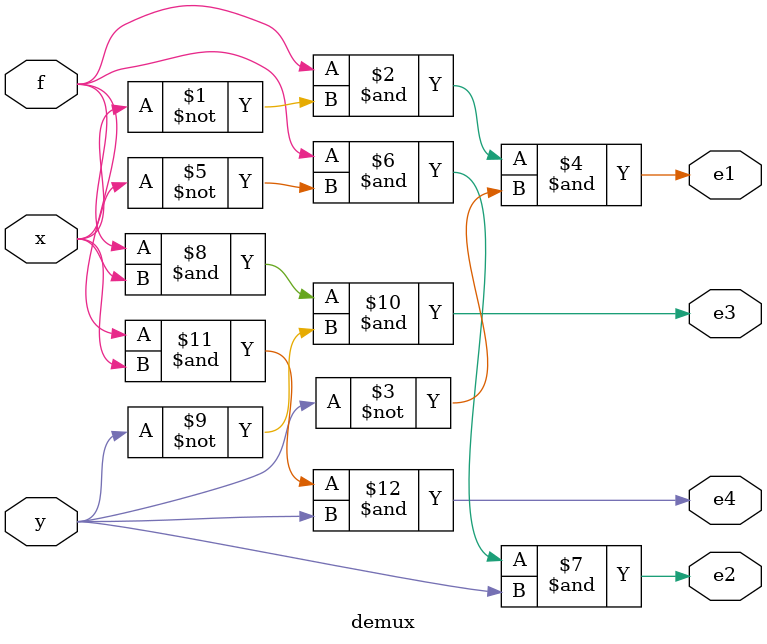
<source format=v>
`timescale 1ns / 1ps

module demux(
    input x, y, f,
    output e1, e2, e3, e4
    );
    
    assign e1 = f & (~x) & (~y);
    assign e2 = f & (~x) & y;
    assign e3 = f & x & (~y);
    assign e4 = f & x & y;

endmodule
</source>
